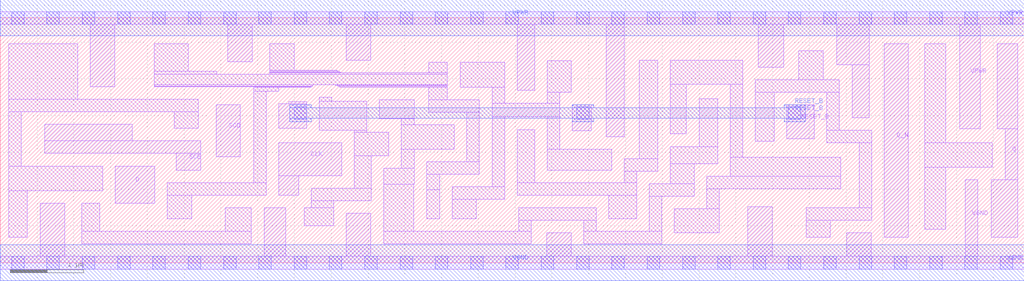
<source format=lef>
# Copyright 2020 The SkyWater PDK Authors
#
# Licensed under the Apache License, Version 2.0 (the "License");
# you may not use this file except in compliance with the License.
# You may obtain a copy of the License at
#
#     https://www.apache.org/licenses/LICENSE-2.0
#
# Unless required by applicable law or agreed to in writing, software
# distributed under the License is distributed on an "AS IS" BASIS,
# WITHOUT WARRANTIES OR CONDITIONS OF ANY KIND, either express or implied.
# See the License for the specific language governing permissions and
# limitations under the License.
#
# SPDX-License-Identifier: Apache-2.0

VERSION 5.7 ;
  NAMESCASESENSITIVE ON ;
  NOWIREEXTENSIONATPIN ON ;
  DIVIDERCHAR "/" ;
  BUSBITCHARS "[]" ;
UNITS
  DATABASE MICRONS 200 ;
END UNITS
MACRO sky130_fd_sc_ls__sdfrbp_1
  CLASS CORE ;
  SOURCE USER ;
  FOREIGN sky130_fd_sc_ls__sdfrbp_1 ;
  ORIGIN  0.000000  0.000000 ;
  SIZE  13.92000 BY  3.330000 ;
  SYMMETRY X Y R90 ;
  SITE unit ;
  PIN D
    ANTENNAGATEAREA  0.159000 ;
    DIRECTION INPUT ;
    USE SIGNAL ;
    PORT
      LAYER li1 ;
        RECT 1.565000 0.810000 2.100000 1.310000 ;
    END
  END D
  PIN Q
    ANTENNADIFFAREA  0.518900 ;
    DIRECTION OUTPUT ;
    USE SIGNAL ;
    PORT
      LAYER li1 ;
        RECT 13.470000 0.350000 13.835000 1.130000 ;
        RECT 13.555000 1.820000 13.835000 2.980000 ;
        RECT 13.665000 1.130000 13.835000 1.820000 ;
    END
  END Q
  PIN Q_N
    ANTENNADIFFAREA  0.537600 ;
    DIRECTION OUTPUT ;
    USE SIGNAL ;
    PORT
      LAYER li1 ;
        RECT 12.015000 0.350000 12.345000 2.980000 ;
    END
  END Q_N
  PIN RESET_B
    ANTENNAGATEAREA  0.411000 ;
    DIRECTION INPUT ;
    USE SIGNAL ;
    PORT
      LAYER li1 ;
        RECT  3.785000 1.830000  4.165000 2.160000 ;
        RECT  3.920000 2.160000  4.165000 2.190000 ;
        RECT  7.775000 1.795000  8.035000 2.150000 ;
        RECT 10.695000 1.685000 11.065000 2.150000 ;
      LAYER mcon ;
        RECT  3.995000 1.950000  4.165000 2.120000 ;
        RECT  7.835000 1.950000  8.005000 2.120000 ;
        RECT 10.715000 1.950000 10.885000 2.120000 ;
      LAYER met1 ;
        RECT  3.935000 1.920000  4.225000 1.965000 ;
        RECT  3.935000 1.965000 10.945000 2.105000 ;
        RECT  3.935000 2.105000  4.225000 2.150000 ;
        RECT  7.775000 1.920000  8.065000 1.965000 ;
        RECT  7.775000 2.105000  8.065000 2.150000 ;
        RECT 10.655000 1.920000 10.945000 1.965000 ;
        RECT 10.655000 2.105000 10.945000 2.150000 ;
    END
  END RESET_B
  PIN SCD
    ANTENNAGATEAREA  0.159000 ;
    DIRECTION INPUT ;
    USE SIGNAL ;
    PORT
      LAYER li1 ;
        RECT 2.935000 1.440000 3.265000 2.150000 ;
    END
  END SCD
  PIN SCE
    ANTENNAGATEAREA  0.318000 ;
    DIRECTION INPUT ;
    USE SIGNAL ;
    PORT
      LAYER li1 ;
        RECT 0.605000 1.490000 2.725000 1.660000 ;
        RECT 0.605000 1.660000 1.795000 1.880000 ;
        RECT 2.395000 1.260000 2.725000 1.490000 ;
    END
  END SCE
  PIN CLK
    ANTENNAGATEAREA  0.261000 ;
    DIRECTION INPUT ;
    USE CLOCK ;
    PORT
      LAYER li1 ;
        RECT 3.785000 0.920000 4.060000 1.180000 ;
        RECT 3.785000 1.180000 4.645000 1.630000 ;
    END
  END CLK
  PIN VGND
    DIRECTION INOUT ;
    SHAPE ABUTMENT ;
    USE GROUND ;
    PORT
      LAYER li1 ;
        RECT  0.000000 -0.085000 13.920000 0.085000 ;
        RECT  0.545000  0.085000  0.875000 0.810000 ;
        RECT  3.590000  0.085000  3.880000 0.750000 ;
        RECT  4.705000  0.085000  5.035000 0.670000 ;
        RECT  7.430000  0.085000  7.760000 0.410000 ;
        RECT 10.165000  0.085000 10.495000 0.760000 ;
        RECT 11.510000  0.085000 11.840000 0.410000 ;
        RECT 13.120000  0.085000 13.290000 1.130000 ;
      LAYER mcon ;
        RECT  0.155000 -0.085000  0.325000 0.085000 ;
        RECT  0.635000 -0.085000  0.805000 0.085000 ;
        RECT  1.115000 -0.085000  1.285000 0.085000 ;
        RECT  1.595000 -0.085000  1.765000 0.085000 ;
        RECT  2.075000 -0.085000  2.245000 0.085000 ;
        RECT  2.555000 -0.085000  2.725000 0.085000 ;
        RECT  3.035000 -0.085000  3.205000 0.085000 ;
        RECT  3.515000 -0.085000  3.685000 0.085000 ;
        RECT  3.995000 -0.085000  4.165000 0.085000 ;
        RECT  4.475000 -0.085000  4.645000 0.085000 ;
        RECT  4.955000 -0.085000  5.125000 0.085000 ;
        RECT  5.435000 -0.085000  5.605000 0.085000 ;
        RECT  5.915000 -0.085000  6.085000 0.085000 ;
        RECT  6.395000 -0.085000  6.565000 0.085000 ;
        RECT  6.875000 -0.085000  7.045000 0.085000 ;
        RECT  7.355000 -0.085000  7.525000 0.085000 ;
        RECT  7.835000 -0.085000  8.005000 0.085000 ;
        RECT  8.315000 -0.085000  8.485000 0.085000 ;
        RECT  8.795000 -0.085000  8.965000 0.085000 ;
        RECT  9.275000 -0.085000  9.445000 0.085000 ;
        RECT  9.755000 -0.085000  9.925000 0.085000 ;
        RECT 10.235000 -0.085000 10.405000 0.085000 ;
        RECT 10.715000 -0.085000 10.885000 0.085000 ;
        RECT 11.195000 -0.085000 11.365000 0.085000 ;
        RECT 11.675000 -0.085000 11.845000 0.085000 ;
        RECT 12.155000 -0.085000 12.325000 0.085000 ;
        RECT 12.635000 -0.085000 12.805000 0.085000 ;
        RECT 13.115000 -0.085000 13.285000 0.085000 ;
        RECT 13.595000 -0.085000 13.765000 0.085000 ;
      LAYER met1 ;
        RECT 0.000000 -0.245000 13.920000 0.245000 ;
    END
  END VGND
  PIN VPWR
    DIRECTION INOUT ;
    SHAPE ABUTMENT ;
    USE POWER ;
    PORT
      LAYER li1 ;
        RECT  0.000000 3.245000 13.920000 3.415000 ;
        RECT  1.225000 2.390000  1.555000 3.245000 ;
        RECT  3.095000 2.730000  3.425000 3.245000 ;
        RECT  4.705000 2.750000  5.035000 3.245000 ;
        RECT  7.025000 2.345000  7.265000 3.245000 ;
        RECT  8.235000 1.715000  8.485000 3.245000 ;
        RECT 10.305000 2.660000 10.650000 3.245000 ;
        RECT 11.370000 2.695000 11.815000 3.245000 ;
        RECT 11.585000 1.970000 11.815000 2.695000 ;
        RECT 13.045000 1.820000 13.325000 3.245000 ;
      LAYER mcon ;
        RECT  0.155000 3.245000  0.325000 3.415000 ;
        RECT  0.635000 3.245000  0.805000 3.415000 ;
        RECT  1.115000 3.245000  1.285000 3.415000 ;
        RECT  1.595000 3.245000  1.765000 3.415000 ;
        RECT  2.075000 3.245000  2.245000 3.415000 ;
        RECT  2.555000 3.245000  2.725000 3.415000 ;
        RECT  3.035000 3.245000  3.205000 3.415000 ;
        RECT  3.515000 3.245000  3.685000 3.415000 ;
        RECT  3.995000 3.245000  4.165000 3.415000 ;
        RECT  4.475000 3.245000  4.645000 3.415000 ;
        RECT  4.955000 3.245000  5.125000 3.415000 ;
        RECT  5.435000 3.245000  5.605000 3.415000 ;
        RECT  5.915000 3.245000  6.085000 3.415000 ;
        RECT  6.395000 3.245000  6.565000 3.415000 ;
        RECT  6.875000 3.245000  7.045000 3.415000 ;
        RECT  7.355000 3.245000  7.525000 3.415000 ;
        RECT  7.835000 3.245000  8.005000 3.415000 ;
        RECT  8.315000 3.245000  8.485000 3.415000 ;
        RECT  8.795000 3.245000  8.965000 3.415000 ;
        RECT  9.275000 3.245000  9.445000 3.415000 ;
        RECT  9.755000 3.245000  9.925000 3.415000 ;
        RECT 10.235000 3.245000 10.405000 3.415000 ;
        RECT 10.715000 3.245000 10.885000 3.415000 ;
        RECT 11.195000 3.245000 11.365000 3.415000 ;
        RECT 11.675000 3.245000 11.845000 3.415000 ;
        RECT 12.155000 3.245000 12.325000 3.415000 ;
        RECT 12.635000 3.245000 12.805000 3.415000 ;
        RECT 13.115000 3.245000 13.285000 3.415000 ;
        RECT 13.595000 3.245000 13.765000 3.415000 ;
      LAYER met1 ;
        RECT 0.000000 3.085000 13.920000 3.575000 ;
    END
  END VPWR
  OBS
    LAYER li1 ;
      RECT  0.115000 0.350000  0.365000 0.980000 ;
      RECT  0.115000 0.980000  1.395000 1.310000 ;
      RECT  0.115000 1.310000  0.285000 2.050000 ;
      RECT  0.115000 2.050000  2.695000 2.220000 ;
      RECT  0.115000 2.220000  1.055000 2.975000 ;
      RECT  1.105000 0.255000  3.410000 0.425000 ;
      RECT  1.105000 0.425000  1.355000 0.810000 ;
      RECT  2.095000 2.390000  4.230000 2.400000 ;
      RECT  2.095000 2.400000  4.250000 2.420000 ;
      RECT  2.095000 2.420000  6.075000 2.560000 ;
      RECT  2.095000 2.560000  2.945000 2.600000 ;
      RECT  2.095000 2.600000  2.555000 2.980000 ;
      RECT  2.270000 0.595000  2.600000 0.920000 ;
      RECT  2.270000 0.920000  3.615000 1.090000 ;
      RECT  2.365000 1.830000  2.695000 2.050000 ;
      RECT  3.060000 0.425000  3.410000 0.750000 ;
      RECT  3.445000 1.090000  3.615000 2.330000 ;
      RECT  3.445000 2.330000  3.785000 2.385000 ;
      RECT  3.445000 2.385000  4.230000 2.390000 ;
      RECT  3.665000 2.560000  6.075000 2.580000 ;
      RECT  3.665000 2.580000  4.645000 2.585000 ;
      RECT  3.665000 2.585000  4.630000 2.590000 ;
      RECT  3.665000 2.590000  4.610000 2.600000 ;
      RECT  3.665000 2.600000  4.580000 2.620000 ;
      RECT  3.665000 2.620000  3.995000 2.980000 ;
      RECT  4.135000 0.500000  4.535000 0.750000 ;
      RECT  4.230000 0.750000  4.535000 0.840000 ;
      RECT  4.230000 0.840000  5.045000 1.010000 ;
      RECT  4.335000 1.800000  4.985000 2.195000 ;
      RECT  4.335000 2.195000  4.505000 2.250000 ;
      RECT  4.555000 2.415000  6.075000 2.420000 ;
      RECT  4.570000 2.410000  6.075000 2.415000 ;
      RECT  4.590000 2.400000  6.075000 2.410000 ;
      RECT  4.615000 2.385000  6.075000 2.400000 ;
      RECT  4.815000 1.010000  5.045000 1.455000 ;
      RECT  4.815000 1.455000  5.280000 1.775000 ;
      RECT  4.815000 1.775000  4.985000 1.800000 ;
      RECT  5.155000 1.955000  5.630000 2.215000 ;
      RECT  5.215000 0.255000  7.220000 0.425000 ;
      RECT  5.215000 0.425000  5.620000 1.070000 ;
      RECT  5.215000 1.070000  5.630000 1.285000 ;
      RECT  5.450000 1.285000  5.630000 1.545000 ;
      RECT  5.450000 1.545000  6.175000 1.875000 ;
      RECT  5.450000 1.875000  5.630000 1.955000 ;
      RECT  5.795000 0.595000  5.975000 0.995000 ;
      RECT  5.800000 0.995000  5.975000 1.200000 ;
      RECT  5.800000 1.200000  6.515000 1.370000 ;
      RECT  5.825000 2.045000  6.515000 2.215000 ;
      RECT  5.825000 2.215000  6.075000 2.385000 ;
      RECT  5.825000 2.580000  6.075000 2.725000 ;
      RECT  6.145000 0.595000  6.470000 0.860000 ;
      RECT  6.145000 0.860000  6.855000 1.030000 ;
      RECT  6.250000 2.385000  6.855000 2.725000 ;
      RECT  6.345000 1.370000  6.515000 2.045000 ;
      RECT  6.685000 1.030000  6.855000 1.985000 ;
      RECT  6.685000 1.985000  7.605000 2.165000 ;
      RECT  6.685000 2.165000  6.855000 2.385000 ;
      RECT  7.025000 0.920000  8.655000 1.090000 ;
      RECT  7.025000 1.090000  7.265000 1.805000 ;
      RECT  7.050000 0.425000  7.220000 0.580000 ;
      RECT  7.050000 0.580000  8.100000 0.750000 ;
      RECT  7.435000 1.260000  8.315000 1.545000 ;
      RECT  7.435000 1.545000  7.605000 1.985000 ;
      RECT  7.435000 2.165000  7.605000 2.320000 ;
      RECT  7.435000 2.320000  7.765000 2.745000 ;
      RECT  7.930000 0.255000  8.995000 0.425000 ;
      RECT  7.930000 0.425000  8.100000 0.580000 ;
      RECT  8.270000 0.595000  8.655000 0.920000 ;
      RECT  8.485000 1.090000  8.655000 1.245000 ;
      RECT  8.485000 1.245000  8.935000 1.415000 ;
      RECT  8.685000 1.415000  8.935000 2.755000 ;
      RECT  8.825000 0.425000  8.995000 0.905000 ;
      RECT  8.825000 0.905000  9.435000 1.075000 ;
      RECT  9.105000 1.075000  9.435000 1.345000 ;
      RECT  9.105000 1.345000  9.755000 1.575000 ;
      RECT  9.105000 1.755000  9.325000 2.425000 ;
      RECT  9.105000 2.425000 10.095000 2.755000 ;
      RECT  9.165000 0.405000  9.775000 0.735000 ;
      RECT  9.505000 1.575000  9.755000 2.230000 ;
      RECT  9.605000 0.735000  9.775000 1.005000 ;
      RECT  9.605000 1.005000 11.425000 1.175000 ;
      RECT  9.925000 1.175000 11.425000 1.435000 ;
      RECT  9.925000 1.435000 10.095000 2.425000 ;
      RECT 10.265000 1.650000 10.525000 2.320000 ;
      RECT 10.265000 2.320000 11.405000 2.490000 ;
      RECT 10.855000 2.490000 11.185000 2.885000 ;
      RECT 10.955000 0.350000 11.285000 0.580000 ;
      RECT 10.955000 0.580000 11.845000 0.750000 ;
      RECT 11.235000 1.630000 11.845000 1.800000 ;
      RECT 11.235000 1.800000 11.405000 2.320000 ;
      RECT 11.675000 0.750000 11.845000 1.630000 ;
      RECT 12.570000 0.455000 12.855000 1.300000 ;
      RECT 12.570000 1.300000 13.485000 1.630000 ;
      RECT 12.570000 1.630000 12.855000 2.980000 ;
  END
END sky130_fd_sc_ls__sdfrbp_1

</source>
